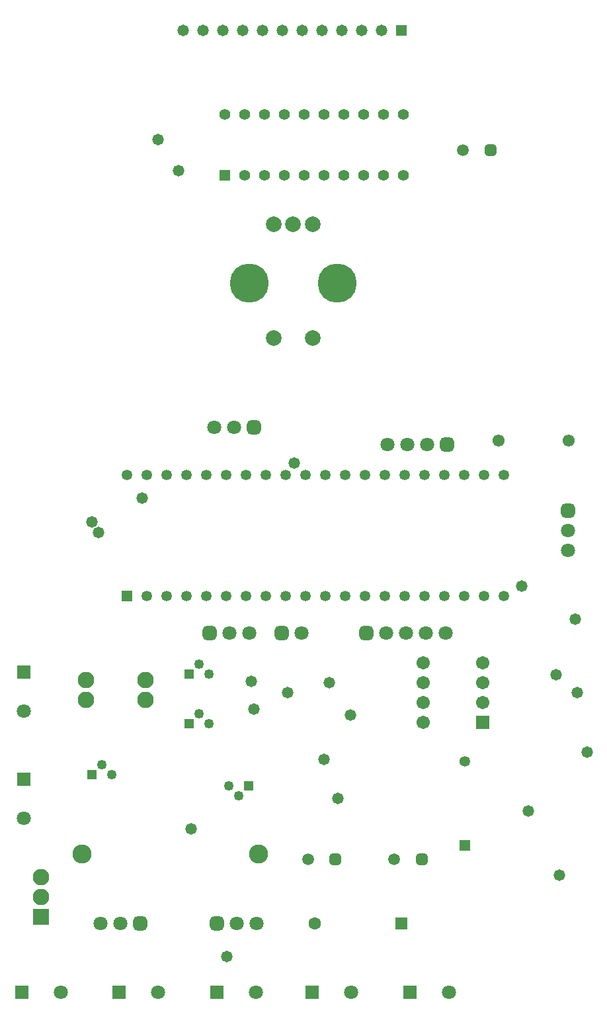
<source format=gbr>
G04*
G04 #@! TF.GenerationSoftware,Altium Limited,Altium Designer,24.4.1 (13)*
G04*
G04 Layer_Color=16711935*
%FSLAX25Y25*%
%MOIN*%
G70*
G04*
G04 #@! TF.SameCoordinates,58F61C8A-C965-4830-B12A-95CD484E7F12*
G04*
G04*
G04 #@! TF.FilePolarity,Negative*
G04*
G01*
G75*
%ADD29C,0.07887*%
%ADD30C,0.19698*%
%ADD31C,0.05918*%
G04:AMPARAMS|DCode=32|XSize=59.18mil|YSize=59.18mil|CornerRadius=16.8mil|HoleSize=0mil|Usage=FLASHONLY|Rotation=0.000|XOffset=0mil|YOffset=0mil|HoleType=Round|Shape=RoundedRectangle|*
%AMROUNDEDRECTD32*
21,1,0.05918,0.02559,0,0,0.0*
21,1,0.02559,0.05918,0,0,0.0*
1,1,0.03359,0.01280,-0.01280*
1,1,0.03359,-0.01280,-0.01280*
1,1,0.03359,-0.01280,0.01280*
1,1,0.03359,0.01280,0.01280*
%
%ADD32ROUNDEDRECTD32*%
%ADD33C,0.04934*%
%ADD34R,0.04934X0.04934*%
%ADD35C,0.08300*%
%ADD36R,0.07099X0.07099*%
%ADD37C,0.07099*%
G04:AMPARAMS|DCode=38|XSize=70.99mil|YSize=70.99mil|CornerRadius=19.75mil|HoleSize=0mil|Usage=FLASHONLY|Rotation=180.000|XOffset=0mil|YOffset=0mil|HoleType=Round|Shape=RoundedRectangle|*
%AMROUNDEDRECTD38*
21,1,0.07099,0.03150,0,0,180.0*
21,1,0.03150,0.07099,0,0,180.0*
1,1,0.03950,-0.01575,0.01575*
1,1,0.03950,0.01575,0.01575*
1,1,0.03950,0.01575,-0.01575*
1,1,0.03950,-0.01575,-0.01575*
%
%ADD38ROUNDEDRECTD38*%
%ADD39R,0.07099X0.07099*%
%ADD40C,0.05800*%
%ADD41R,0.05800X0.05800*%
%ADD42C,0.05485*%
%ADD43R,0.05485X0.05485*%
%ADD44C,0.08359*%
%ADD45R,0.08359X0.08359*%
%ADD46C,0.05328*%
%ADD47R,0.05328X0.05328*%
%ADD48R,0.05315X0.05315*%
%ADD49C,0.05315*%
%ADD50C,0.06115*%
G04:AMPARAMS|DCode=51|XSize=70.99mil|YSize=70.99mil|CornerRadius=19.75mil|HoleSize=0mil|Usage=FLASHONLY|Rotation=270.000|XOffset=0mil|YOffset=0mil|HoleType=Round|Shape=RoundedRectangle|*
%AMROUNDEDRECTD51*
21,1,0.07099,0.03150,0,0,270.0*
21,1,0.03150,0.07099,0,0,270.0*
1,1,0.03950,-0.01575,-0.01575*
1,1,0.03950,-0.01575,0.01575*
1,1,0.03950,0.01575,0.01575*
1,1,0.03950,0.01575,-0.01575*
%
%ADD51ROUNDEDRECTD51*%
%ADD52C,0.09658*%
%ADD53C,0.06299*%
%ADD54R,0.06299X0.06299*%
%ADD55R,0.06706X0.06706*%
%ADD56C,0.06706*%
D29*
X147638Y407480D02*
D03*
X167323D02*
D03*
X157480D02*
D03*
X147638Y350394D02*
D03*
X167323D02*
D03*
D30*
X179527Y377953D02*
D03*
X135433D02*
D03*
D31*
X208445Y87577D02*
D03*
X243110Y445000D02*
D03*
X165000Y87577D02*
D03*
D32*
X222224D02*
D03*
X256890Y445000D02*
D03*
X178780Y87577D02*
D03*
D33*
X65974Y130175D02*
D03*
X60974Y135175D02*
D03*
X115000Y180840D02*
D03*
X110000Y185840D02*
D03*
Y161043D02*
D03*
X115000Y156043D02*
D03*
X130118Y119496D02*
D03*
X125118Y124496D02*
D03*
D34*
X55974Y130175D02*
D03*
X105000Y180840D02*
D03*
Y156043D02*
D03*
X135118Y124496D02*
D03*
D35*
X53109Y167812D02*
D03*
Y177812D02*
D03*
X83109D02*
D03*
Y167812D02*
D03*
D36*
X21680Y181956D02*
D03*
Y128039D02*
D03*
D37*
X117667Y305176D02*
D03*
X127667D02*
D03*
X40189Y20399D02*
D03*
X89306D02*
D03*
X235897D02*
D03*
X186654D02*
D03*
X138681D02*
D03*
X21680Y108354D02*
D03*
X224862Y296513D02*
D03*
X214862D02*
D03*
X204862D02*
D03*
X296083Y253364D02*
D03*
Y243364D02*
D03*
X70221Y55197D02*
D03*
X60221D02*
D03*
X21680Y162271D02*
D03*
X125173Y201575D02*
D03*
X135173D02*
D03*
X161693Y201575D02*
D03*
X214387Y201609D02*
D03*
X204387D02*
D03*
X224387D02*
D03*
X234387D02*
D03*
X138839Y55197D02*
D03*
X128839D02*
D03*
D38*
X137667Y305176D02*
D03*
X234862Y296513D02*
D03*
X80221Y55197D02*
D03*
X115173Y201575D02*
D03*
X151693Y201575D02*
D03*
X194387Y201609D02*
D03*
X118839Y55197D02*
D03*
D39*
X20504Y20399D02*
D03*
X69621D02*
D03*
X216212D02*
D03*
X166969D02*
D03*
X118996D02*
D03*
D40*
X142126Y505311D02*
D03*
X152126D02*
D03*
X132126D02*
D03*
X122126D02*
D03*
X112126D02*
D03*
X102126D02*
D03*
X162126D02*
D03*
X172126D02*
D03*
X182126D02*
D03*
X192126D02*
D03*
X202126D02*
D03*
X305524Y141588D02*
D03*
X290099Y180600D02*
D03*
X89200Y450100D02*
D03*
X180000Y118100D02*
D03*
X276033Y111833D02*
D03*
X158000Y287300D02*
D03*
X186400Y160200D02*
D03*
X137600Y163300D02*
D03*
X272800Y225100D02*
D03*
X81300Y269600D02*
D03*
X136443Y177257D02*
D03*
X299650Y208400D02*
D03*
X99600Y434710D02*
D03*
X175800Y176647D02*
D03*
X106063Y102900D02*
D03*
X123900Y38400D02*
D03*
X300800Y171400D02*
D03*
X172900Y137977D02*
D03*
X154600Y171600D02*
D03*
X59300Y252100D02*
D03*
X56000Y257419D02*
D03*
X291622Y79600D02*
D03*
D41*
X212126Y505311D02*
D03*
D42*
X123020Y462733D02*
D03*
X133020D02*
D03*
X143020D02*
D03*
X153020D02*
D03*
X163020D02*
D03*
X173020D02*
D03*
X183020D02*
D03*
X193020D02*
D03*
X203020D02*
D03*
X213020D02*
D03*
Y432103D02*
D03*
X203020D02*
D03*
X193020D02*
D03*
X183020D02*
D03*
X173020D02*
D03*
X163020D02*
D03*
X153020D02*
D03*
X143020D02*
D03*
X133020D02*
D03*
D43*
X123020D02*
D03*
D44*
X30347Y78575D02*
D03*
Y68575D02*
D03*
D45*
Y58575D02*
D03*
D46*
X243993Y136844D02*
D03*
D47*
Y94718D02*
D03*
D48*
X73592Y220389D02*
D03*
D49*
X83592D02*
D03*
X93592D02*
D03*
X103592D02*
D03*
X113592D02*
D03*
X123592D02*
D03*
X133592D02*
D03*
X143592D02*
D03*
X153592D02*
D03*
X163592D02*
D03*
X173592D02*
D03*
X183592D02*
D03*
X193592D02*
D03*
X203592D02*
D03*
X213592D02*
D03*
X223592D02*
D03*
X233592D02*
D03*
X243592D02*
D03*
X253592D02*
D03*
X263592D02*
D03*
Y281139D02*
D03*
X253592D02*
D03*
X243592D02*
D03*
X233592D02*
D03*
X223592D02*
D03*
X213592D02*
D03*
X203592D02*
D03*
X193592D02*
D03*
X183592D02*
D03*
X173592D02*
D03*
X163592D02*
D03*
X153592D02*
D03*
X143592D02*
D03*
X133592D02*
D03*
X123592D02*
D03*
X113592D02*
D03*
X103592D02*
D03*
X93592D02*
D03*
X83592D02*
D03*
X73592D02*
D03*
D50*
X260963Y298560D02*
D03*
X296397D02*
D03*
D51*
X296083Y263364D02*
D03*
D52*
X140000Y90103D02*
D03*
X51024D02*
D03*
D53*
X168175Y55275D02*
D03*
D54*
X212034D02*
D03*
D55*
X253165Y156647D02*
D03*
D56*
Y166647D02*
D03*
Y176647D02*
D03*
Y186647D02*
D03*
X223165Y156647D02*
D03*
Y166647D02*
D03*
Y176647D02*
D03*
Y186647D02*
D03*
M02*

</source>
